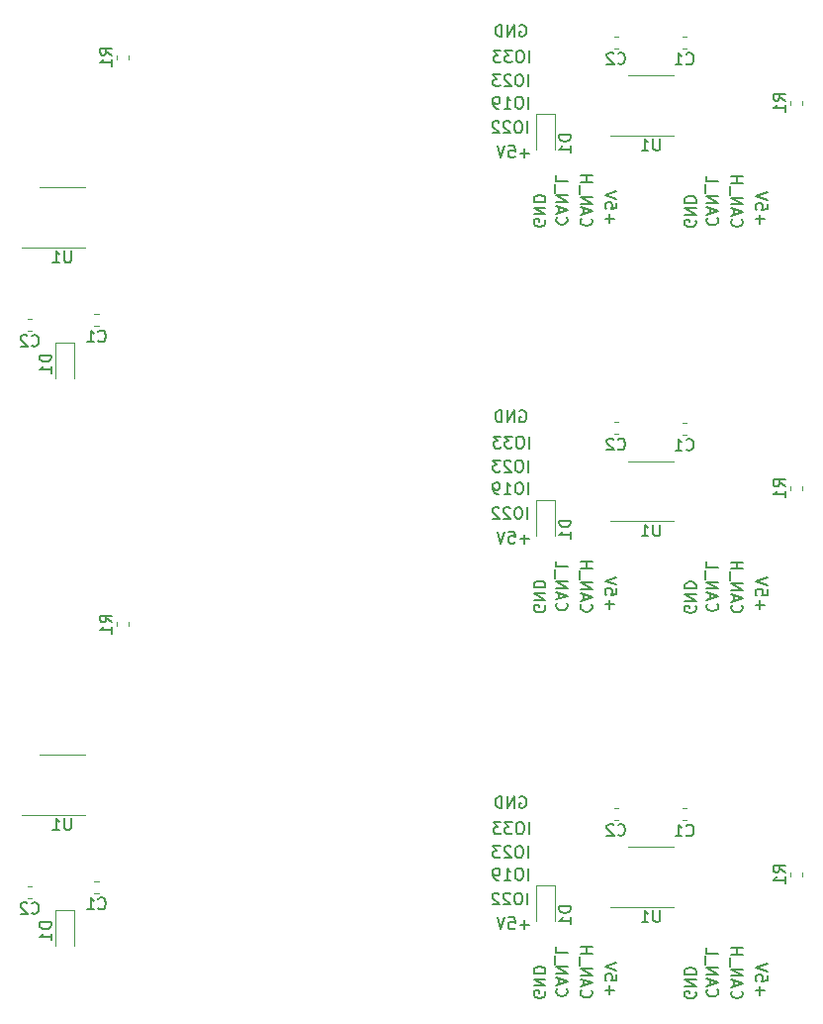
<source format=gbo>
%MOIN*%
%OFA0B0*%
%FSLAX46Y46*%
%IPPOS*%
%LPD*%
%ADD10C,0.0047244094488188976*%
%ADD11C,0.005905511811023622*%
%ADD22C,0.0047244094488188976*%
%ADD23C,0.005905511811023622*%
%ADD24C,0.005905511811023622*%
%ADD25C,0.0047244094488188976*%
%ADD26C,0.005905511811023622*%
%ADD27C,0.0047244094488188976*%
%ADD28C,0.005905511811023622*%
%ADD29C,0.0047244094488188976*%
D10*
X0000530905Y0000483622D02*
X0000530905Y0000363543D01*
X0000593897Y0000483622D02*
X0000530905Y0000483622D01*
X0000593897Y0000363543D02*
X0000593897Y0000483622D01*
X0000554409Y0000803976D02*
X0000418582Y0000803976D01*
X0000554409Y0000803976D02*
X0000631181Y0000803976D01*
X0000554409Y0001005551D02*
X0000477637Y0001005551D01*
X0000554409Y0001005551D02*
X0000631181Y0001005551D01*
X0000779488Y0001452057D02*
X0000779488Y0001438572D01*
X0000739330Y0001452057D02*
X0000739330Y0001438572D01*
X0000438099Y0000564842D02*
X0000451585Y0000564842D01*
X0000438099Y0000524685D02*
X0000451585Y0000524685D01*
X0000663217Y0000579842D02*
X0000676703Y0000579842D01*
X0000663217Y0000539685D02*
X0000676703Y0000539685D01*
D11*
X0000517219Y0000441814D02*
X0000477849Y0000441814D01*
X0000477849Y0000432440D01*
X0000479724Y0000426816D01*
X0000483473Y0000423067D01*
X0000487223Y0000421192D01*
X0000494722Y0000419317D01*
X0000500346Y0000419317D01*
X0000507845Y0000421192D01*
X0000511595Y0000423067D01*
X0000515344Y0000426816D01*
X0000517219Y0000432440D01*
X0000517219Y0000441814D01*
X0000517219Y0000381822D02*
X0000517219Y0000404319D01*
X0000517219Y0000393070D02*
X0000477849Y0000393070D01*
X0000483473Y0000396820D01*
X0000487223Y0000400569D01*
X0000489098Y0000404319D01*
X0000584405Y0000792465D02*
X0000584405Y0000760594D01*
X0000582530Y0000756844D01*
X0000580656Y0000754970D01*
X0000576906Y0000753095D01*
X0000569407Y0000753095D01*
X0000565657Y0000754970D01*
X0000563783Y0000756844D01*
X0000561908Y0000760594D01*
X0000561908Y0000792465D01*
X0000522538Y0000753095D02*
X0000545035Y0000753095D01*
X0000533786Y0000753095D02*
X0000533786Y0000792465D01*
X0000537536Y0000786841D01*
X0000541285Y0000783091D01*
X0000545035Y0000781216D01*
X0000720920Y0001451876D02*
X0000702172Y0001465000D01*
X0000720920Y0001474373D02*
X0000681550Y0001474373D01*
X0000681550Y0001459375D01*
X0000683425Y0001455626D01*
X0000685299Y0001453751D01*
X0000689049Y0001451876D01*
X0000694673Y0001451876D01*
X0000698423Y0001453751D01*
X0000700297Y0001455626D01*
X0000702172Y0001459375D01*
X0000702172Y0001474373D01*
X0000720920Y0001414381D02*
X0000720920Y0001436878D01*
X0000720920Y0001425629D02*
X0000681550Y0001425629D01*
X0000687174Y0001429379D01*
X0000690924Y0001433129D01*
X0000692798Y0001436878D01*
X0000451404Y0000474403D02*
X0000453278Y0000472529D01*
X0000458903Y0000470654D01*
X0000462652Y0000470654D01*
X0000468277Y0000472529D01*
X0000472026Y0000476278D01*
X0000473901Y0000480028D01*
X0000475776Y0000487527D01*
X0000475776Y0000493151D01*
X0000473901Y0000500650D01*
X0000472026Y0000504400D01*
X0000468277Y0000508149D01*
X0000462652Y0000510024D01*
X0000458903Y0000510024D01*
X0000453278Y0000508149D01*
X0000451404Y0000506274D01*
X0000436405Y0000506274D02*
X0000434531Y0000508149D01*
X0000430781Y0000510024D01*
X0000421407Y0000510024D01*
X0000417658Y0000508149D01*
X0000415783Y0000506274D01*
X0000413908Y0000502525D01*
X0000413908Y0000498775D01*
X0000415783Y0000493151D01*
X0000438280Y0000470654D01*
X0000413908Y0000470654D01*
X0000676522Y0000489403D02*
X0000678396Y0000487529D01*
X0000684021Y0000485654D01*
X0000687770Y0000485654D01*
X0000693395Y0000487529D01*
X0000697144Y0000491278D01*
X0000699019Y0000495028D01*
X0000700894Y0000502527D01*
X0000700894Y0000508151D01*
X0000699019Y0000515650D01*
X0000697144Y0000519400D01*
X0000693395Y0000523149D01*
X0000687770Y0000525024D01*
X0000684021Y0000525024D01*
X0000678396Y0000523149D01*
X0000676522Y0000521274D01*
X0000639026Y0000485654D02*
X0000661524Y0000485654D01*
X0000650275Y0000485654D02*
X0000650275Y0000525024D01*
X0000654025Y0000519400D01*
X0000657774Y0000515650D01*
X0000661524Y0000513775D01*
G04 next file*
G04 #@! TF.GenerationSoftware,KiCad,Pcbnew,(5.1.2)-1*
G04 #@! TF.CreationDate,2020-12-31T00:30:43+09:00*
G04 #@! TF.ProjectId,M5Atom_CAN_RJ45,4d354174-6f6d-45f4-9341-4e5f524a3435,rev?*
G04 #@! TF.SameCoordinates,Original*
G04 #@! TF.FileFunction,Legend,Bot*
G04 #@! TF.FilePolarity,Positive*
G04 Gerber Fmt 4.6, Leading zero omitted, Abs format (unit mm)*
G04 Created by KiCad (PCBNEW (5.1.2)-1) date 2020-12-31 00:30:43*
G04 APERTURE LIST*
G04 APERTURE END LIST*
D22*
X0000530905Y0002393070D02*
X0000530905Y0002272992D01*
X0000593897Y0002393070D02*
X0000530905Y0002393070D01*
X0000593897Y0002272992D02*
X0000593897Y0002393070D01*
X0000554409Y0002713425D02*
X0000418582Y0002713425D01*
X0000554409Y0002713425D02*
X0000631181Y0002713425D01*
X0000554409Y0002914999D02*
X0000477637Y0002914999D01*
X0000554409Y0002914999D02*
X0000631181Y0002914999D01*
X0000779488Y0003361506D02*
X0000779488Y0003348020D01*
X0000739330Y0003361506D02*
X0000739330Y0003348020D01*
X0000438099Y0002474291D02*
X0000451585Y0002474291D01*
X0000438099Y0002434133D02*
X0000451585Y0002434133D01*
X0000663217Y0002489291D02*
X0000676703Y0002489291D01*
X0000663217Y0002449133D02*
X0000676703Y0002449133D01*
D23*
X0000517219Y0002351263D02*
X0000477849Y0002351263D01*
X0000477849Y0002341889D01*
X0000479724Y0002336265D01*
X0000483473Y0002332515D01*
X0000487223Y0002330641D01*
X0000494722Y0002328766D01*
X0000500346Y0002328766D01*
X0000507845Y0002330641D01*
X0000511595Y0002332515D01*
X0000515344Y0002336265D01*
X0000517219Y0002341889D01*
X0000517219Y0002351263D01*
X0000517219Y0002291271D02*
X0000517219Y0002313768D01*
X0000517219Y0002302519D02*
X0000477849Y0002302519D01*
X0000483473Y0002306269D01*
X0000487223Y0002310018D01*
X0000489098Y0002313768D01*
X0000584405Y0002701914D02*
X0000584405Y0002670043D01*
X0000582530Y0002666293D01*
X0000580656Y0002664418D01*
X0000576906Y0002662544D01*
X0000569407Y0002662544D01*
X0000565657Y0002664418D01*
X0000563783Y0002666293D01*
X0000561908Y0002670043D01*
X0000561908Y0002701914D01*
X0000522538Y0002662544D02*
X0000545035Y0002662544D01*
X0000533786Y0002662544D02*
X0000533786Y0002701914D01*
X0000537536Y0002696289D01*
X0000541285Y0002692540D01*
X0000545035Y0002690665D01*
X0000720920Y0003361325D02*
X0000702172Y0003374448D01*
X0000720920Y0003383822D02*
X0000681550Y0003383822D01*
X0000681550Y0003368824D01*
X0000683425Y0003365074D01*
X0000685299Y0003363200D01*
X0000689049Y0003361325D01*
X0000694673Y0003361325D01*
X0000698423Y0003363200D01*
X0000700297Y0003365074D01*
X0000702172Y0003368824D01*
X0000702172Y0003383822D01*
X0000720920Y0003323830D02*
X0000720920Y0003346327D01*
X0000720920Y0003335078D02*
X0000681550Y0003335078D01*
X0000687174Y0003338828D01*
X0000690924Y0003342577D01*
X0000692798Y0003346327D01*
X0000451404Y0002383852D02*
X0000453278Y0002381977D01*
X0000458903Y0002380103D01*
X0000462652Y0002380103D01*
X0000468277Y0002381977D01*
X0000472026Y0002385727D01*
X0000473901Y0002389476D01*
X0000475776Y0002396975D01*
X0000475776Y0002402600D01*
X0000473901Y0002410099D01*
X0000472026Y0002413848D01*
X0000468277Y0002417598D01*
X0000462652Y0002419473D01*
X0000458903Y0002419473D01*
X0000453278Y0002417598D01*
X0000451404Y0002415723D01*
X0000436405Y0002415723D02*
X0000434531Y0002417598D01*
X0000430781Y0002419473D01*
X0000421407Y0002419473D01*
X0000417658Y0002417598D01*
X0000415783Y0002415723D01*
X0000413908Y0002411974D01*
X0000413908Y0002408224D01*
X0000415783Y0002402600D01*
X0000438280Y0002380103D01*
X0000413908Y0002380103D01*
X0000676522Y0002398852D02*
X0000678396Y0002396977D01*
X0000684021Y0002395103D01*
X0000687770Y0002395103D01*
X0000693395Y0002396977D01*
X0000697144Y0002400727D01*
X0000699019Y0002404476D01*
X0000700894Y0002411975D01*
X0000700894Y0002417600D01*
X0000699019Y0002425099D01*
X0000697144Y0002428848D01*
X0000693395Y0002432598D01*
X0000687770Y0002434473D01*
X0000684021Y0002434473D01*
X0000678396Y0002432598D01*
X0000676522Y0002430723D01*
X0000639026Y0002395103D02*
X0000661524Y0002395103D01*
X0000650275Y0002395103D02*
X0000650275Y0002434473D01*
X0000654025Y0002428848D01*
X0000657774Y0002425099D01*
X0000661524Y0002423224D01*
G04 next file*
G04 #@! TF.GenerationSoftware,KiCad,Pcbnew,(5.1.2)-1*
G04 #@! TF.CreationDate,2020-12-30T14:45:37+09:00*
G04 #@! TF.ProjectId,M5Atom_CAN,4d354174-6f6d-45f4-9341-4e2e6b696361,rev?*
G04 #@! TF.SameCoordinates,Original*
G04 #@! TF.FileFunction,Legend,Bot*
G04 #@! TF.FilePolarity,Positive*
G04 Gerber Fmt 4.6, Leading zero omitted, Abs format (unit mm)*
G04 Created by KiCad (PCBNEW (5.1.2)-1) date 2020-12-30 14:45:37*
G04 APERTURE LIST*
G04 APERTURE END LIST*
D24*
X0002906026Y0000196881D02*
X0002906026Y0000226877D01*
X0002891028Y0000211879D02*
X0002921024Y0000211879D01*
X0002930398Y0000264372D02*
X0002930398Y0000245625D01*
X0002911650Y0000243750D01*
X0002913525Y0000245625D01*
X0002915400Y0000249374D01*
X0002915400Y0000258748D01*
X0002913525Y0000262498D01*
X0002911650Y0000264372D01*
X0002907901Y0000266247D01*
X0002898527Y0000266247D01*
X0002894777Y0000264372D01*
X0002892902Y0000262498D01*
X0002891028Y0000258748D01*
X0002891028Y0000249374D01*
X0002892902Y0000245625D01*
X0002894777Y0000243750D01*
X0002930398Y0000277496D02*
X0002891028Y0000290619D01*
X0002930398Y0000303742D01*
X0002688523Y0000207503D02*
X0002690398Y0000203754D01*
X0002690398Y0000198129D01*
X0002688523Y0000192505D01*
X0002684773Y0000188756D01*
X0002681024Y0000186881D01*
X0002673525Y0000185006D01*
X0002667901Y0000185006D01*
X0002660402Y0000186881D01*
X0002656652Y0000188756D01*
X0002652902Y0000192505D01*
X0002651028Y0000198129D01*
X0002651028Y0000201879D01*
X0002652902Y0000207503D01*
X0002654777Y0000209378D01*
X0002667901Y0000209378D01*
X0002667901Y0000201879D01*
X0002651028Y0000226251D02*
X0002690398Y0000226251D01*
X0002651028Y0000248748D01*
X0002690398Y0000248748D01*
X0002651028Y0000267496D02*
X0002690398Y0000267496D01*
X0002690398Y0000276870D01*
X0002688523Y0000282494D01*
X0002684773Y0000286243D01*
X0002681024Y0000288118D01*
X0002673525Y0000289993D01*
X0002667901Y0000289993D01*
X0002660402Y0000288118D01*
X0002656652Y0000286243D01*
X0002652902Y0000282494D01*
X0002651028Y0000276870D01*
X0002651028Y0000267496D01*
X0002729777Y0000216257D02*
X0002727902Y0000214382D01*
X0002726028Y0000208757D01*
X0002726028Y0000205008D01*
X0002727902Y0000199384D01*
X0002731652Y0000195634D01*
X0002735402Y0000193759D01*
X0002742901Y0000191885D01*
X0002748525Y0000191885D01*
X0002756024Y0000193759D01*
X0002759773Y0000195634D01*
X0002763523Y0000199384D01*
X0002765398Y0000205008D01*
X0002765398Y0000208757D01*
X0002763523Y0000214382D01*
X0002761648Y0000216257D01*
X0002737276Y0000231255D02*
X0002737276Y0000250002D01*
X0002726028Y0000227505D02*
X0002765398Y0000240628D01*
X0002726028Y0000253752D01*
X0002726028Y0000266875D02*
X0002765398Y0000266875D01*
X0002726028Y0000289372D01*
X0002765398Y0000289372D01*
X0002722278Y0000298746D02*
X0002722278Y0000328742D01*
X0002726028Y0000356864D02*
X0002726028Y0000338116D01*
X0002765398Y0000338116D01*
X0002812277Y0000211570D02*
X0002810402Y0000209695D01*
X0002808528Y0000204071D01*
X0002808528Y0000200321D01*
X0002810402Y0000194697D01*
X0002814152Y0000190947D01*
X0002817902Y0000189072D01*
X0002825401Y0000187198D01*
X0002831025Y0000187198D01*
X0002838524Y0000189072D01*
X0002842273Y0000190947D01*
X0002846023Y0000194697D01*
X0002847898Y0000200321D01*
X0002847898Y0000204071D01*
X0002846023Y0000209695D01*
X0002844148Y0000211570D01*
X0002819776Y0000226568D02*
X0002819776Y0000245315D01*
X0002808528Y0000222818D02*
X0002847898Y0000235942D01*
X0002808528Y0000249065D01*
X0002808528Y0000262188D02*
X0002847898Y0000262188D01*
X0002808528Y0000284685D01*
X0002847898Y0000284685D01*
X0002804778Y0000294059D02*
X0002804778Y0000324056D01*
X0002808528Y0000333429D02*
X0002847898Y0000333429D01*
X0002829150Y0000333429D02*
X0002829150Y0000355927D01*
X0002808528Y0000355927D02*
X0002847898Y0000355927D01*
X0002181023Y0000210003D02*
X0002182898Y0000206254D01*
X0002182898Y0000200629D01*
X0002181023Y0000195005D01*
X0002177273Y0000191256D01*
X0002173524Y0000189381D01*
X0002166025Y0000187506D01*
X0002160401Y0000187506D01*
X0002152902Y0000189381D01*
X0002149152Y0000191256D01*
X0002145402Y0000195005D01*
X0002143528Y0000200629D01*
X0002143528Y0000204379D01*
X0002145402Y0000210003D01*
X0002147277Y0000211878D01*
X0002160401Y0000211878D01*
X0002160401Y0000204379D01*
X0002143528Y0000228751D02*
X0002182898Y0000228751D01*
X0002143528Y0000251248D01*
X0002182898Y0000251248D01*
X0002143528Y0000269996D02*
X0002182898Y0000269996D01*
X0002182898Y0000279370D01*
X0002181023Y0000284994D01*
X0002177273Y0000288743D01*
X0002173524Y0000290618D01*
X0002166025Y0000292493D01*
X0002160401Y0000292493D01*
X0002152902Y0000290618D01*
X0002149152Y0000288743D01*
X0002145402Y0000284994D01*
X0002143528Y0000279370D01*
X0002143528Y0000269996D01*
X0002222277Y0000218757D02*
X0002220402Y0000216882D01*
X0002218528Y0000211257D01*
X0002218528Y0000207508D01*
X0002220402Y0000201884D01*
X0002224152Y0000198134D01*
X0002227902Y0000196259D01*
X0002235401Y0000194385D01*
X0002241025Y0000194385D01*
X0002248524Y0000196259D01*
X0002252273Y0000198134D01*
X0002256023Y0000201884D01*
X0002257898Y0000207508D01*
X0002257898Y0000211257D01*
X0002256023Y0000216882D01*
X0002254148Y0000218757D01*
X0002229776Y0000233755D02*
X0002229776Y0000252502D01*
X0002218528Y0000230005D02*
X0002257898Y0000243129D01*
X0002218528Y0000256252D01*
X0002218528Y0000269375D02*
X0002257898Y0000269375D01*
X0002218528Y0000291872D01*
X0002257898Y0000291872D01*
X0002214778Y0000301246D02*
X0002214778Y0000331242D01*
X0002218528Y0000359364D02*
X0002218528Y0000340616D01*
X0002257898Y0000340616D01*
X0002304777Y0000214070D02*
X0002302902Y0000212195D01*
X0002301028Y0000206571D01*
X0002301028Y0000202821D01*
X0002302902Y0000197197D01*
X0002306652Y0000193447D01*
X0002310402Y0000191572D01*
X0002317901Y0000189698D01*
X0002323525Y0000189698D01*
X0002331024Y0000191572D01*
X0002334773Y0000193447D01*
X0002338523Y0000197197D01*
X0002340398Y0000202821D01*
X0002340398Y0000206571D01*
X0002338523Y0000212195D01*
X0002336648Y0000214070D01*
X0002312276Y0000229068D02*
X0002312276Y0000247815D01*
X0002301028Y0000225318D02*
X0002340398Y0000238442D01*
X0002301028Y0000251565D01*
X0002301028Y0000264688D02*
X0002340398Y0000264688D01*
X0002301028Y0000287185D01*
X0002340398Y0000287185D01*
X0002297278Y0000296559D02*
X0002297278Y0000326556D01*
X0002301028Y0000335929D02*
X0002340398Y0000335929D01*
X0002321650Y0000335929D02*
X0002321650Y0000358427D01*
X0002301028Y0000358427D02*
X0002340398Y0000358427D01*
X0002398526Y0000199381D02*
X0002398526Y0000229377D01*
X0002383528Y0000214379D02*
X0002413524Y0000214379D01*
X0002422898Y0000266872D02*
X0002422898Y0000248125D01*
X0002404150Y0000246250D01*
X0002406025Y0000248125D01*
X0002407900Y0000251874D01*
X0002407900Y0000261248D01*
X0002406025Y0000264998D01*
X0002404150Y0000266872D01*
X0002400401Y0000268747D01*
X0002391027Y0000268747D01*
X0002387277Y0000266872D01*
X0002385402Y0000264998D01*
X0002383528Y0000261248D01*
X0002383528Y0000251874D01*
X0002385402Y0000248125D01*
X0002387277Y0000246250D01*
X0002422898Y0000279996D02*
X0002383528Y0000293119D01*
X0002422898Y0000306242D01*
X0002126957Y0000434687D02*
X0002096960Y0000434687D01*
X0002111959Y0000419689D02*
X0002111959Y0000449685D01*
X0002059465Y0000459059D02*
X0002078213Y0000459059D01*
X0002080088Y0000440312D01*
X0002078213Y0000442186D01*
X0002074463Y0000444061D01*
X0002065089Y0000444061D01*
X0002061340Y0000442186D01*
X0002059465Y0000440312D01*
X0002057590Y0000436562D01*
X0002057590Y0000427188D01*
X0002059465Y0000423439D01*
X0002061340Y0000421564D01*
X0002065089Y0000419689D01*
X0002074463Y0000419689D01*
X0002078213Y0000421564D01*
X0002080088Y0000423439D01*
X0002046342Y0000459059D02*
X0002033218Y0000419689D01*
X0002020095Y0000459059D01*
X0002121956Y0000502189D02*
X0002121956Y0000541559D01*
X0002095709Y0000541559D02*
X0002088210Y0000541559D01*
X0002084460Y0000539685D01*
X0002080711Y0000535935D01*
X0002078836Y0000528436D01*
X0002078836Y0000515313D01*
X0002080711Y0000507814D01*
X0002084460Y0000504064D01*
X0002088210Y0000502189D01*
X0002095709Y0000502189D01*
X0002099459Y0000504064D01*
X0002103208Y0000507814D01*
X0002105083Y0000515313D01*
X0002105083Y0000528436D01*
X0002103208Y0000535935D01*
X0002099459Y0000539685D01*
X0002095709Y0000541559D01*
X0002063838Y0000537810D02*
X0002061963Y0000539685D01*
X0002058214Y0000541559D01*
X0002048840Y0000541559D01*
X0002045090Y0000539685D01*
X0002043216Y0000537810D01*
X0002041341Y0000534060D01*
X0002041341Y0000530311D01*
X0002043216Y0000524686D01*
X0002065713Y0000502189D01*
X0002041341Y0000502189D01*
X0002026343Y0000537810D02*
X0002024468Y0000539685D01*
X0002020718Y0000541559D01*
X0002011345Y0000541559D01*
X0002007595Y0000539685D01*
X0002005720Y0000537810D01*
X0002003845Y0000534060D01*
X0002003845Y0000530311D01*
X0002005720Y0000524686D01*
X0002028217Y0000502189D01*
X0002003845Y0000502189D01*
X0002124456Y0000584689D02*
X0002124456Y0000624059D01*
X0002098209Y0000624059D02*
X0002090710Y0000624059D01*
X0002086960Y0000622185D01*
X0002083211Y0000618435D01*
X0002081336Y0000610936D01*
X0002081336Y0000597813D01*
X0002083211Y0000590314D01*
X0002086960Y0000586564D01*
X0002090710Y0000584689D01*
X0002098209Y0000584689D01*
X0002101959Y0000586564D01*
X0002105708Y0000590314D01*
X0002107583Y0000597813D01*
X0002107583Y0000610936D01*
X0002105708Y0000618435D01*
X0002101959Y0000622185D01*
X0002098209Y0000624059D01*
X0002043841Y0000584689D02*
X0002066338Y0000584689D01*
X0002055089Y0000584689D02*
X0002055089Y0000624059D01*
X0002058839Y0000618435D01*
X0002062588Y0000614685D01*
X0002066338Y0000612811D01*
X0002025093Y0000584689D02*
X0002017594Y0000584689D01*
X0002013845Y0000586564D01*
X0002011970Y0000588439D01*
X0002008220Y0000594063D01*
X0002006345Y0000601562D01*
X0002006345Y0000616560D01*
X0002008220Y0000620310D01*
X0002010095Y0000622185D01*
X0002013845Y0000624059D01*
X0002021344Y0000624059D01*
X0002025093Y0000622185D01*
X0002026968Y0000620310D01*
X0002028843Y0000616560D01*
X0002028843Y0000607186D01*
X0002026968Y0000603437D01*
X0002025093Y0000601562D01*
X0002021344Y0000599687D01*
X0002013845Y0000599687D01*
X0002010095Y0000601562D01*
X0002008220Y0000603437D01*
X0002006345Y0000607186D01*
X0002124456Y0000659689D02*
X0002124456Y0000699059D01*
X0002098209Y0000699059D02*
X0002090710Y0000699059D01*
X0002086960Y0000697185D01*
X0002083211Y0000693435D01*
X0002081336Y0000685936D01*
X0002081336Y0000672813D01*
X0002083211Y0000665314D01*
X0002086960Y0000661564D01*
X0002090710Y0000659689D01*
X0002098209Y0000659689D01*
X0002101959Y0000661564D01*
X0002105708Y0000665314D01*
X0002107583Y0000672813D01*
X0002107583Y0000685936D01*
X0002105708Y0000693435D01*
X0002101959Y0000697185D01*
X0002098209Y0000699059D01*
X0002066338Y0000695310D02*
X0002064463Y0000697185D01*
X0002060714Y0000699059D01*
X0002051340Y0000699059D01*
X0002047590Y0000697185D01*
X0002045716Y0000695310D01*
X0002043841Y0000691560D01*
X0002043841Y0000687811D01*
X0002045716Y0000682186D01*
X0002068213Y0000659689D01*
X0002043841Y0000659689D01*
X0002030717Y0000699059D02*
X0002006345Y0000699059D01*
X0002019469Y0000684061D01*
X0002013845Y0000684061D01*
X0002010095Y0000682186D01*
X0002008220Y0000680312D01*
X0002006345Y0000676562D01*
X0002006345Y0000667188D01*
X0002008220Y0000663439D01*
X0002010095Y0000661564D01*
X0002013845Y0000659689D01*
X0002025093Y0000659689D01*
X0002028843Y0000661564D01*
X0002030717Y0000663439D01*
X0002126956Y0000739689D02*
X0002126956Y0000779059D01*
X0002100709Y0000779059D02*
X0002093210Y0000779059D01*
X0002089460Y0000777185D01*
X0002085711Y0000773435D01*
X0002083836Y0000765936D01*
X0002083836Y0000752813D01*
X0002085711Y0000745314D01*
X0002089460Y0000741564D01*
X0002093210Y0000739689D01*
X0002100709Y0000739689D01*
X0002104459Y0000741564D01*
X0002108208Y0000745314D01*
X0002110083Y0000752813D01*
X0002110083Y0000765936D01*
X0002108208Y0000773435D01*
X0002104459Y0000777185D01*
X0002100709Y0000779059D01*
X0002070713Y0000779059D02*
X0002046341Y0000779059D01*
X0002059464Y0000764061D01*
X0002053840Y0000764061D01*
X0002050090Y0000762186D01*
X0002048216Y0000760312D01*
X0002046341Y0000756562D01*
X0002046341Y0000747188D01*
X0002048216Y0000743439D01*
X0002050090Y0000741564D01*
X0002053840Y0000739689D01*
X0002065088Y0000739689D01*
X0002068838Y0000741564D01*
X0002070713Y0000743439D01*
X0002033217Y0000779059D02*
X0002008845Y0000779059D01*
X0002021969Y0000764061D01*
X0002016345Y0000764061D01*
X0002012595Y0000762186D01*
X0002010720Y0000760312D01*
X0002008845Y0000756562D01*
X0002008845Y0000747188D01*
X0002010720Y0000743439D01*
X0002012595Y0000741564D01*
X0002016345Y0000739689D01*
X0002027593Y0000739689D01*
X0002031343Y0000741564D01*
X0002033217Y0000743439D01*
X0002096334Y0000864685D02*
X0002100084Y0000866559D01*
X0002105708Y0000866559D01*
X0002111332Y0000864685D01*
X0002115082Y0000860935D01*
X0002116957Y0000857185D01*
X0002118831Y0000849686D01*
X0002118831Y0000844062D01*
X0002116957Y0000836563D01*
X0002115082Y0000832814D01*
X0002111332Y0000829064D01*
X0002105708Y0000827189D01*
X0002101959Y0000827189D01*
X0002096334Y0000829064D01*
X0002094459Y0000830939D01*
X0002094459Y0000844062D01*
X0002101959Y0000844062D01*
X0002077587Y0000827189D02*
X0002077587Y0000866559D01*
X0002055089Y0000827189D01*
X0002055089Y0000866559D01*
X0002036342Y0000827189D02*
X0002036342Y0000866559D01*
X0002026968Y0000866559D01*
X0002021344Y0000864685D01*
X0002017594Y0000860935D01*
X0002015719Y0000857185D01*
X0002013845Y0000849686D01*
X0002013845Y0000844062D01*
X0002015719Y0000836563D01*
X0002017594Y0000832814D01*
X0002021344Y0000829064D01*
X0002026968Y0000827189D01*
X0002036342Y0000827189D01*
D25*
X0002151850Y0000565275D02*
X0002151850Y0000445196D01*
X0002214842Y0000565275D02*
X0002151850Y0000565275D01*
X0002214842Y0000445196D02*
X0002214842Y0000565275D01*
X0003048897Y0000611191D02*
X0003048897Y0000597705D01*
X0003008740Y0000611191D02*
X0003008740Y0000597705D01*
X0002538818Y0000494212D02*
X0002402992Y0000494212D01*
X0002538818Y0000494212D02*
X0002615590Y0000494212D01*
X0002538818Y0000695787D02*
X0002462047Y0000695787D01*
X0002538818Y0000695787D02*
X0002615590Y0000695787D01*
X0002658081Y0000784921D02*
X0002644595Y0000784921D01*
X0002658081Y0000825078D02*
X0002644595Y0000825078D01*
X0002414044Y0000827559D02*
X0002427530Y0000827559D01*
X0002414044Y0000787401D02*
X0002427530Y0000787401D01*
D24*
X0002268148Y0000496058D02*
X0002228778Y0000496058D01*
X0002228778Y0000486685D01*
X0002230653Y0000481060D01*
X0002234402Y0000477311D01*
X0002238152Y0000475436D01*
X0002245651Y0000473561D01*
X0002251275Y0000473561D01*
X0002258774Y0000475436D01*
X0002262524Y0000477311D01*
X0002266273Y0000481060D01*
X0002268148Y0000486685D01*
X0002268148Y0000496058D01*
X0002268148Y0000436066D02*
X0002268148Y0000458563D01*
X0002268148Y0000447314D02*
X0002228778Y0000447314D01*
X0002234402Y0000451064D01*
X0002238152Y0000454814D01*
X0002240027Y0000458563D01*
X0002990329Y0000611010D02*
X0002971582Y0000624133D01*
X0002990329Y0000633507D02*
X0002950959Y0000633507D01*
X0002950959Y0000618509D01*
X0002952834Y0000614760D01*
X0002954709Y0000612885D01*
X0002958458Y0000611010D01*
X0002964083Y0000611010D01*
X0002967832Y0000612885D01*
X0002969707Y0000614760D01*
X0002971582Y0000618509D01*
X0002971582Y0000633507D01*
X0002990329Y0000573515D02*
X0002990329Y0000596012D01*
X0002990329Y0000584763D02*
X0002950959Y0000584763D01*
X0002956584Y0000588513D01*
X0002960333Y0000592262D01*
X0002962208Y0000596012D01*
X0002568815Y0000482701D02*
X0002568815Y0000450830D01*
X0002566940Y0000447080D01*
X0002565065Y0000445206D01*
X0002561315Y0000443331D01*
X0002553816Y0000443331D01*
X0002550067Y0000445206D01*
X0002548192Y0000447080D01*
X0002546317Y0000450830D01*
X0002546317Y0000482701D01*
X0002506947Y0000443331D02*
X0002529444Y0000443331D01*
X0002518196Y0000443331D02*
X0002518196Y0000482701D01*
X0002521945Y0000477077D01*
X0002525695Y0000473327D01*
X0002529444Y0000471452D01*
X0002657900Y0000735919D02*
X0002659774Y0000734044D01*
X0002665399Y0000732170D01*
X0002669148Y0000732170D01*
X0002674773Y0000734044D01*
X0002678522Y0000737794D01*
X0002680397Y0000741543D01*
X0002682272Y0000749042D01*
X0002682272Y0000754667D01*
X0002680397Y0000762166D01*
X0002678522Y0000765915D01*
X0002674773Y0000769665D01*
X0002669148Y0000771540D01*
X0002665399Y0000771540D01*
X0002659774Y0000769665D01*
X0002657900Y0000767790D01*
X0002620404Y0000732170D02*
X0002642902Y0000732170D01*
X0002631653Y0000732170D02*
X0002631653Y0000771540D01*
X0002635402Y0000765915D01*
X0002639152Y0000762166D01*
X0002642902Y0000760291D01*
X0002427348Y0000737120D02*
X0002429223Y0000735245D01*
X0002434848Y0000733370D01*
X0002438597Y0000733370D01*
X0002444221Y0000735245D01*
X0002447971Y0000738995D01*
X0002449846Y0000742744D01*
X0002451720Y0000750243D01*
X0002451720Y0000755867D01*
X0002449846Y0000763367D01*
X0002447971Y0000767116D01*
X0002444221Y0000770866D01*
X0002438597Y0000772740D01*
X0002434848Y0000772740D01*
X0002429223Y0000770866D01*
X0002427348Y0000768991D01*
X0002412350Y0000768991D02*
X0002410476Y0000770866D01*
X0002406726Y0000772740D01*
X0002397352Y0000772740D01*
X0002393603Y0000770866D01*
X0002391728Y0000768991D01*
X0002389853Y0000765241D01*
X0002389853Y0000761492D01*
X0002391728Y0000755867D01*
X0002414225Y0000733370D01*
X0002389853Y0000733370D01*
G04 next file*
G04 #@! TF.GenerationSoftware,KiCad,Pcbnew,(5.1.2)-1*
G04 #@! TF.CreationDate,2020-12-30T14:45:37+09:00*
G04 #@! TF.ProjectId,M5Atom_CAN,4d354174-6f6d-45f4-9341-4e2e6b696361,rev?*
G04 #@! TF.SameCoordinates,Original*
G04 #@! TF.FileFunction,Legend,Bot*
G04 #@! TF.FilePolarity,Positive*
G04 Gerber Fmt 4.6, Leading zero omitted, Abs format (unit mm)*
G04 Created by KiCad (PCBNEW (5.1.2)-1) date 2020-12-30 14:45:37*
G04 APERTURE LIST*
G04 APERTURE END LIST*
D26*
X0002906026Y0001495306D02*
X0002906026Y0001525302D01*
X0002891028Y0001510304D02*
X0002921024Y0001510304D01*
X0002930398Y0001562798D02*
X0002930398Y0001544050D01*
X0002911650Y0001542175D01*
X0002913525Y0001544050D01*
X0002915400Y0001547799D01*
X0002915400Y0001557173D01*
X0002913525Y0001560923D01*
X0002911650Y0001562798D01*
X0002907901Y0001564672D01*
X0002898527Y0001564672D01*
X0002894777Y0001562798D01*
X0002892902Y0001560923D01*
X0002891028Y0001557173D01*
X0002891028Y0001547799D01*
X0002892902Y0001544050D01*
X0002894777Y0001542175D01*
X0002930398Y0001575921D02*
X0002891028Y0001589044D01*
X0002930398Y0001602168D01*
X0002688523Y0001505928D02*
X0002690398Y0001502179D01*
X0002690398Y0001496555D01*
X0002688523Y0001490930D01*
X0002684773Y0001487181D01*
X0002681024Y0001485306D01*
X0002673525Y0001483431D01*
X0002667901Y0001483431D01*
X0002660402Y0001485306D01*
X0002656652Y0001487181D01*
X0002652902Y0001490930D01*
X0002651028Y0001496555D01*
X0002651028Y0001500304D01*
X0002652902Y0001505928D01*
X0002654777Y0001507803D01*
X0002667901Y0001507803D01*
X0002667901Y0001500304D01*
X0002651028Y0001524676D02*
X0002690398Y0001524676D01*
X0002651028Y0001547173D01*
X0002690398Y0001547173D01*
X0002651028Y0001565921D02*
X0002690398Y0001565921D01*
X0002690398Y0001575295D01*
X0002688523Y0001580919D01*
X0002684773Y0001584669D01*
X0002681024Y0001586543D01*
X0002673525Y0001588418D01*
X0002667901Y0001588418D01*
X0002660402Y0001586543D01*
X0002656652Y0001584669D01*
X0002652902Y0001580919D01*
X0002651028Y0001575295D01*
X0002651028Y0001565921D01*
X0002729777Y0001514682D02*
X0002727902Y0001512807D01*
X0002726028Y0001507183D01*
X0002726028Y0001503433D01*
X0002727902Y0001497809D01*
X0002731652Y0001494059D01*
X0002735402Y0001492184D01*
X0002742901Y0001490310D01*
X0002748525Y0001490310D01*
X0002756024Y0001492184D01*
X0002759773Y0001494059D01*
X0002763523Y0001497809D01*
X0002765398Y0001503433D01*
X0002765398Y0001507183D01*
X0002763523Y0001512807D01*
X0002761648Y0001514682D01*
X0002737276Y0001529680D02*
X0002737276Y0001548427D01*
X0002726028Y0001525930D02*
X0002765398Y0001539054D01*
X0002726028Y0001552177D01*
X0002726028Y0001565300D02*
X0002765398Y0001565300D01*
X0002726028Y0001587798D01*
X0002765398Y0001587798D01*
X0002722278Y0001597171D02*
X0002722278Y0001627168D01*
X0002726028Y0001655289D02*
X0002726028Y0001636541D01*
X0002765398Y0001636541D01*
X0002812277Y0001509995D02*
X0002810402Y0001508120D01*
X0002808528Y0001502496D01*
X0002808528Y0001498746D01*
X0002810402Y0001493122D01*
X0002814152Y0001489372D01*
X0002817902Y0001487498D01*
X0002825401Y0001485623D01*
X0002831025Y0001485623D01*
X0002838524Y0001487498D01*
X0002842273Y0001489372D01*
X0002846023Y0001493122D01*
X0002847898Y0001498746D01*
X0002847898Y0001502496D01*
X0002846023Y0001508120D01*
X0002844148Y0001509995D01*
X0002819776Y0001524993D02*
X0002819776Y0001543741D01*
X0002808528Y0001521243D02*
X0002847898Y0001534367D01*
X0002808528Y0001547490D01*
X0002808528Y0001560613D02*
X0002847898Y0001560613D01*
X0002808528Y0001583111D01*
X0002847898Y0001583111D01*
X0002804778Y0001592484D02*
X0002804778Y0001622481D01*
X0002808528Y0001631855D02*
X0002847898Y0001631855D01*
X0002829150Y0001631855D02*
X0002829150Y0001654352D01*
X0002808528Y0001654352D02*
X0002847898Y0001654352D01*
X0002181023Y0001508428D02*
X0002182898Y0001504679D01*
X0002182898Y0001499055D01*
X0002181023Y0001493430D01*
X0002177273Y0001489681D01*
X0002173524Y0001487806D01*
X0002166025Y0001485931D01*
X0002160401Y0001485931D01*
X0002152902Y0001487806D01*
X0002149152Y0001489681D01*
X0002145402Y0001493430D01*
X0002143528Y0001499055D01*
X0002143528Y0001502804D01*
X0002145402Y0001508428D01*
X0002147277Y0001510303D01*
X0002160401Y0001510303D01*
X0002160401Y0001502804D01*
X0002143528Y0001527176D02*
X0002182898Y0001527176D01*
X0002143528Y0001549673D01*
X0002182898Y0001549673D01*
X0002143528Y0001568421D02*
X0002182898Y0001568421D01*
X0002182898Y0001577795D01*
X0002181023Y0001583419D01*
X0002177273Y0001587169D01*
X0002173524Y0001589043D01*
X0002166025Y0001590918D01*
X0002160401Y0001590918D01*
X0002152902Y0001589043D01*
X0002149152Y0001587169D01*
X0002145402Y0001583419D01*
X0002143528Y0001577795D01*
X0002143528Y0001568421D01*
X0002222277Y0001517182D02*
X0002220402Y0001515307D01*
X0002218528Y0001509683D01*
X0002218528Y0001505933D01*
X0002220402Y0001500309D01*
X0002224152Y0001496559D01*
X0002227902Y0001494684D01*
X0002235401Y0001492810D01*
X0002241025Y0001492810D01*
X0002248524Y0001494684D01*
X0002252273Y0001496559D01*
X0002256023Y0001500309D01*
X0002257898Y0001505933D01*
X0002257898Y0001509683D01*
X0002256023Y0001515307D01*
X0002254148Y0001517182D01*
X0002229776Y0001532180D02*
X0002229776Y0001550927D01*
X0002218528Y0001528430D02*
X0002257898Y0001541554D01*
X0002218528Y0001554677D01*
X0002218528Y0001567800D02*
X0002257898Y0001567800D01*
X0002218528Y0001590298D01*
X0002257898Y0001590298D01*
X0002214778Y0001599671D02*
X0002214778Y0001629668D01*
X0002218528Y0001657789D02*
X0002218528Y0001639041D01*
X0002257898Y0001639041D01*
X0002304777Y0001512495D02*
X0002302902Y0001510620D01*
X0002301028Y0001504996D01*
X0002301028Y0001501246D01*
X0002302902Y0001495622D01*
X0002306652Y0001491872D01*
X0002310402Y0001489998D01*
X0002317901Y0001488123D01*
X0002323525Y0001488123D01*
X0002331024Y0001489998D01*
X0002334773Y0001491872D01*
X0002338523Y0001495622D01*
X0002340398Y0001501246D01*
X0002340398Y0001504996D01*
X0002338523Y0001510620D01*
X0002336648Y0001512495D01*
X0002312276Y0001527493D02*
X0002312276Y0001546241D01*
X0002301028Y0001523743D02*
X0002340398Y0001536867D01*
X0002301028Y0001549990D01*
X0002301028Y0001563113D02*
X0002340398Y0001563113D01*
X0002301028Y0001585611D01*
X0002340398Y0001585611D01*
X0002297278Y0001594984D02*
X0002297278Y0001624981D01*
X0002301028Y0001634355D02*
X0002340398Y0001634355D01*
X0002321650Y0001634355D02*
X0002321650Y0001656852D01*
X0002301028Y0001656852D02*
X0002340398Y0001656852D01*
X0002398526Y0001497806D02*
X0002398526Y0001527802D01*
X0002383528Y0001512804D02*
X0002413524Y0001512804D01*
X0002422898Y0001565298D02*
X0002422898Y0001546550D01*
X0002404150Y0001544675D01*
X0002406025Y0001546550D01*
X0002407900Y0001550299D01*
X0002407900Y0001559673D01*
X0002406025Y0001563423D01*
X0002404150Y0001565298D01*
X0002400401Y0001567172D01*
X0002391027Y0001567172D01*
X0002387277Y0001565298D01*
X0002385402Y0001563423D01*
X0002383528Y0001559673D01*
X0002383528Y0001550299D01*
X0002385402Y0001546550D01*
X0002387277Y0001544675D01*
X0002422898Y0001578421D02*
X0002383528Y0001591544D01*
X0002422898Y0001604668D01*
X0002126957Y0001733112D02*
X0002096960Y0001733112D01*
X0002111959Y0001718114D02*
X0002111959Y0001748111D01*
X0002059465Y0001757484D02*
X0002078213Y0001757484D01*
X0002080088Y0001738737D01*
X0002078213Y0001740612D01*
X0002074463Y0001742486D01*
X0002065089Y0001742486D01*
X0002061340Y0001740612D01*
X0002059465Y0001738737D01*
X0002057590Y0001734987D01*
X0002057590Y0001725613D01*
X0002059465Y0001721864D01*
X0002061340Y0001719989D01*
X0002065089Y0001718114D01*
X0002074463Y0001718114D01*
X0002078213Y0001719989D01*
X0002080088Y0001721864D01*
X0002046342Y0001757484D02*
X0002033218Y0001718114D01*
X0002020095Y0001757484D01*
X0002121956Y0001800614D02*
X0002121956Y0001839984D01*
X0002095709Y0001839984D02*
X0002088210Y0001839984D01*
X0002084460Y0001838110D01*
X0002080711Y0001834360D01*
X0002078836Y0001826861D01*
X0002078836Y0001813738D01*
X0002080711Y0001806239D01*
X0002084460Y0001802489D01*
X0002088210Y0001800614D01*
X0002095709Y0001800614D01*
X0002099459Y0001802489D01*
X0002103208Y0001806239D01*
X0002105083Y0001813738D01*
X0002105083Y0001826861D01*
X0002103208Y0001834360D01*
X0002099459Y0001838110D01*
X0002095709Y0001839984D01*
X0002063838Y0001836235D02*
X0002061963Y0001838110D01*
X0002058214Y0001839984D01*
X0002048840Y0001839984D01*
X0002045090Y0001838110D01*
X0002043216Y0001836235D01*
X0002041341Y0001832485D01*
X0002041341Y0001828736D01*
X0002043216Y0001823112D01*
X0002065713Y0001800614D01*
X0002041341Y0001800614D01*
X0002026343Y0001836235D02*
X0002024468Y0001838110D01*
X0002020718Y0001839984D01*
X0002011345Y0001839984D01*
X0002007595Y0001838110D01*
X0002005720Y0001836235D01*
X0002003845Y0001832485D01*
X0002003845Y0001828736D01*
X0002005720Y0001823112D01*
X0002028217Y0001800614D01*
X0002003845Y0001800614D01*
X0002124456Y0001883114D02*
X0002124456Y0001922484D01*
X0002098209Y0001922484D02*
X0002090710Y0001922484D01*
X0002086960Y0001920610D01*
X0002083211Y0001916860D01*
X0002081336Y0001909361D01*
X0002081336Y0001896238D01*
X0002083211Y0001888739D01*
X0002086960Y0001884989D01*
X0002090710Y0001883114D01*
X0002098209Y0001883114D01*
X0002101959Y0001884989D01*
X0002105708Y0001888739D01*
X0002107583Y0001896238D01*
X0002107583Y0001909361D01*
X0002105708Y0001916860D01*
X0002101959Y0001920610D01*
X0002098209Y0001922484D01*
X0002043841Y0001883114D02*
X0002066338Y0001883114D01*
X0002055089Y0001883114D02*
X0002055089Y0001922484D01*
X0002058839Y0001916860D01*
X0002062588Y0001913111D01*
X0002066338Y0001911236D01*
X0002025093Y0001883114D02*
X0002017594Y0001883114D01*
X0002013845Y0001884989D01*
X0002011970Y0001886864D01*
X0002008220Y0001892488D01*
X0002006345Y0001899987D01*
X0002006345Y0001914985D01*
X0002008220Y0001918735D01*
X0002010095Y0001920610D01*
X0002013845Y0001922484D01*
X0002021344Y0001922484D01*
X0002025093Y0001920610D01*
X0002026968Y0001918735D01*
X0002028843Y0001914985D01*
X0002028843Y0001905612D01*
X0002026968Y0001901862D01*
X0002025093Y0001899987D01*
X0002021344Y0001898112D01*
X0002013845Y0001898112D01*
X0002010095Y0001899987D01*
X0002008220Y0001901862D01*
X0002006345Y0001905612D01*
X0002124456Y0001958114D02*
X0002124456Y0001997484D01*
X0002098209Y0001997484D02*
X0002090710Y0001997484D01*
X0002086960Y0001995610D01*
X0002083211Y0001991860D01*
X0002081336Y0001984361D01*
X0002081336Y0001971238D01*
X0002083211Y0001963739D01*
X0002086960Y0001959989D01*
X0002090710Y0001958114D01*
X0002098209Y0001958114D01*
X0002101959Y0001959989D01*
X0002105708Y0001963739D01*
X0002107583Y0001971238D01*
X0002107583Y0001984361D01*
X0002105708Y0001991860D01*
X0002101959Y0001995610D01*
X0002098209Y0001997484D01*
X0002066338Y0001993735D02*
X0002064463Y0001995610D01*
X0002060714Y0001997484D01*
X0002051340Y0001997484D01*
X0002047590Y0001995610D01*
X0002045716Y0001993735D01*
X0002043841Y0001989985D01*
X0002043841Y0001986236D01*
X0002045716Y0001980612D01*
X0002068213Y0001958114D01*
X0002043841Y0001958114D01*
X0002030717Y0001997484D02*
X0002006345Y0001997484D01*
X0002019469Y0001982486D01*
X0002013845Y0001982486D01*
X0002010095Y0001980612D01*
X0002008220Y0001978737D01*
X0002006345Y0001974987D01*
X0002006345Y0001965613D01*
X0002008220Y0001961864D01*
X0002010095Y0001959989D01*
X0002013845Y0001958114D01*
X0002025093Y0001958114D01*
X0002028843Y0001959989D01*
X0002030717Y0001961864D01*
X0002126956Y0002038114D02*
X0002126956Y0002077484D01*
X0002100709Y0002077484D02*
X0002093210Y0002077484D01*
X0002089460Y0002075610D01*
X0002085711Y0002071860D01*
X0002083836Y0002064361D01*
X0002083836Y0002051238D01*
X0002085711Y0002043739D01*
X0002089460Y0002039989D01*
X0002093210Y0002038114D01*
X0002100709Y0002038114D01*
X0002104459Y0002039989D01*
X0002108208Y0002043739D01*
X0002110083Y0002051238D01*
X0002110083Y0002064361D01*
X0002108208Y0002071860D01*
X0002104459Y0002075610D01*
X0002100709Y0002077484D01*
X0002070713Y0002077484D02*
X0002046341Y0002077484D01*
X0002059464Y0002062486D01*
X0002053840Y0002062486D01*
X0002050090Y0002060612D01*
X0002048216Y0002058737D01*
X0002046341Y0002054987D01*
X0002046341Y0002045613D01*
X0002048216Y0002041864D01*
X0002050090Y0002039989D01*
X0002053840Y0002038114D01*
X0002065088Y0002038114D01*
X0002068838Y0002039989D01*
X0002070713Y0002041864D01*
X0002033217Y0002077484D02*
X0002008845Y0002077484D01*
X0002021969Y0002062486D01*
X0002016345Y0002062486D01*
X0002012595Y0002060612D01*
X0002010720Y0002058737D01*
X0002008845Y0002054987D01*
X0002008845Y0002045613D01*
X0002010720Y0002041864D01*
X0002012595Y0002039989D01*
X0002016345Y0002038114D01*
X0002027593Y0002038114D01*
X0002031343Y0002039989D01*
X0002033217Y0002041864D01*
X0002096334Y0002163110D02*
X0002100084Y0002164984D01*
X0002105708Y0002164984D01*
X0002111332Y0002163110D01*
X0002115082Y0002159360D01*
X0002116957Y0002155611D01*
X0002118831Y0002148112D01*
X0002118831Y0002142487D01*
X0002116957Y0002134988D01*
X0002115082Y0002131239D01*
X0002111332Y0002127489D01*
X0002105708Y0002125614D01*
X0002101959Y0002125614D01*
X0002096334Y0002127489D01*
X0002094459Y0002129364D01*
X0002094459Y0002142487D01*
X0002101959Y0002142487D01*
X0002077587Y0002125614D02*
X0002077587Y0002164984D01*
X0002055089Y0002125614D01*
X0002055089Y0002164984D01*
X0002036342Y0002125614D02*
X0002036342Y0002164984D01*
X0002026968Y0002164984D01*
X0002021344Y0002163110D01*
X0002017594Y0002159360D01*
X0002015719Y0002155611D01*
X0002013845Y0002148112D01*
X0002013845Y0002142487D01*
X0002015719Y0002134988D01*
X0002017594Y0002131239D01*
X0002021344Y0002127489D01*
X0002026968Y0002125614D01*
X0002036342Y0002125614D01*
D27*
X0002151850Y0001863700D02*
X0002151850Y0001743621D01*
X0002214842Y0001863700D02*
X0002151850Y0001863700D01*
X0002214842Y0001743621D02*
X0002214842Y0001863700D01*
X0003048897Y0001909616D02*
X0003048897Y0001896131D01*
X0003008740Y0001909616D02*
X0003008740Y0001896131D01*
X0002538818Y0001792637D02*
X0002402992Y0001792637D01*
X0002538818Y0001792637D02*
X0002615590Y0001792637D01*
X0002538818Y0001994212D02*
X0002462047Y0001994212D01*
X0002538818Y0001994212D02*
X0002615590Y0001994212D01*
X0002658081Y0002083346D02*
X0002644595Y0002083346D01*
X0002658081Y0002123503D02*
X0002644595Y0002123503D01*
X0002414044Y0002125984D02*
X0002427530Y0002125984D01*
X0002414044Y0002085826D02*
X0002427530Y0002085826D01*
D26*
X0002268148Y0001794484D02*
X0002228778Y0001794484D01*
X0002228778Y0001785110D01*
X0002230653Y0001779485D01*
X0002234402Y0001775736D01*
X0002238152Y0001773861D01*
X0002245651Y0001771986D01*
X0002251275Y0001771986D01*
X0002258774Y0001773861D01*
X0002262524Y0001775736D01*
X0002266273Y0001779485D01*
X0002268148Y0001785110D01*
X0002268148Y0001794484D01*
X0002268148Y0001734491D02*
X0002268148Y0001756988D01*
X0002268148Y0001745740D02*
X0002228778Y0001745740D01*
X0002234402Y0001749489D01*
X0002238152Y0001753239D01*
X0002240027Y0001756988D01*
X0002990329Y0001909435D02*
X0002971582Y0001922558D01*
X0002990329Y0001931932D02*
X0002950959Y0001931932D01*
X0002950959Y0001916934D01*
X0002952834Y0001913185D01*
X0002954709Y0001911310D01*
X0002958458Y0001909435D01*
X0002964083Y0001909435D01*
X0002967832Y0001911310D01*
X0002969707Y0001913185D01*
X0002971582Y0001916934D01*
X0002971582Y0001931932D01*
X0002990329Y0001871940D02*
X0002990329Y0001894437D01*
X0002990329Y0001883188D02*
X0002950959Y0001883188D01*
X0002956584Y0001886938D01*
X0002960333Y0001890687D01*
X0002962208Y0001894437D01*
X0002568815Y0001781126D02*
X0002568815Y0001749255D01*
X0002566940Y0001745506D01*
X0002565065Y0001743631D01*
X0002561315Y0001741756D01*
X0002553816Y0001741756D01*
X0002550067Y0001743631D01*
X0002548192Y0001745506D01*
X0002546317Y0001749255D01*
X0002546317Y0001781126D01*
X0002506947Y0001741756D02*
X0002529444Y0001741756D01*
X0002518196Y0001741756D02*
X0002518196Y0001781126D01*
X0002521945Y0001775502D01*
X0002525695Y0001771752D01*
X0002529444Y0001769878D01*
X0002657900Y0002034344D02*
X0002659774Y0002032469D01*
X0002665399Y0002030595D01*
X0002669148Y0002030595D01*
X0002674773Y0002032469D01*
X0002678522Y0002036219D01*
X0002680397Y0002039969D01*
X0002682272Y0002047468D01*
X0002682272Y0002053092D01*
X0002680397Y0002060591D01*
X0002678522Y0002064340D01*
X0002674773Y0002068090D01*
X0002669148Y0002069965D01*
X0002665399Y0002069965D01*
X0002659774Y0002068090D01*
X0002657900Y0002066215D01*
X0002620404Y0002030595D02*
X0002642902Y0002030595D01*
X0002631653Y0002030595D02*
X0002631653Y0002069965D01*
X0002635402Y0002064340D01*
X0002639152Y0002060591D01*
X0002642902Y0002058716D01*
X0002427348Y0002035545D02*
X0002429223Y0002033670D01*
X0002434848Y0002031795D01*
X0002438597Y0002031795D01*
X0002444221Y0002033670D01*
X0002447971Y0002037420D01*
X0002449846Y0002041169D01*
X0002451720Y0002048668D01*
X0002451720Y0002054293D01*
X0002449846Y0002061792D01*
X0002447971Y0002065541D01*
X0002444221Y0002069291D01*
X0002438597Y0002071166D01*
X0002434848Y0002071166D01*
X0002429223Y0002069291D01*
X0002427348Y0002067416D01*
X0002412350Y0002067416D02*
X0002410476Y0002069291D01*
X0002406726Y0002071166D01*
X0002397352Y0002071166D01*
X0002393603Y0002069291D01*
X0002391728Y0002067416D01*
X0002389853Y0002063666D01*
X0002389853Y0002059917D01*
X0002391728Y0002054293D01*
X0002414225Y0002031795D01*
X0002389853Y0002031795D01*
G04 next file*
G04 #@! TF.GenerationSoftware,KiCad,Pcbnew,(5.1.2)-1*
G04 #@! TF.CreationDate,2020-12-30T14:45:37+09:00*
G04 #@! TF.ProjectId,M5Atom_CAN,4d354174-6f6d-45f4-9341-4e2e6b696361,rev?*
G04 #@! TF.SameCoordinates,Original*
G04 #@! TF.FileFunction,Legend,Bot*
G04 #@! TF.FilePolarity,Positive*
G04 Gerber Fmt 4.6, Leading zero omitted, Abs format (unit mm)*
G04 Created by KiCad (PCBNEW (5.1.2)-1) date 2020-12-30 14:45:37*
G04 APERTURE LIST*
G04 APERTURE END LIST*
D28*
X0002906026Y0002793731D02*
X0002906026Y0002823727D01*
X0002891028Y0002808729D02*
X0002921024Y0002808729D01*
X0002930398Y0002861223D02*
X0002930398Y0002842475D01*
X0002911650Y0002840600D01*
X0002913525Y0002842475D01*
X0002915400Y0002846225D01*
X0002915400Y0002855598D01*
X0002913525Y0002859348D01*
X0002911650Y0002861223D01*
X0002907901Y0002863097D01*
X0002898527Y0002863097D01*
X0002894777Y0002861223D01*
X0002892902Y0002859348D01*
X0002891028Y0002855598D01*
X0002891028Y0002846225D01*
X0002892902Y0002842475D01*
X0002894777Y0002840600D01*
X0002930398Y0002874346D02*
X0002891028Y0002887469D01*
X0002930398Y0002900593D01*
X0002688523Y0002804354D02*
X0002690398Y0002800604D01*
X0002690398Y0002794980D01*
X0002688523Y0002789355D01*
X0002684773Y0002785606D01*
X0002681024Y0002783731D01*
X0002673525Y0002781856D01*
X0002667901Y0002781856D01*
X0002660402Y0002783731D01*
X0002656652Y0002785606D01*
X0002652902Y0002789355D01*
X0002651028Y0002794980D01*
X0002651028Y0002798729D01*
X0002652902Y0002804354D01*
X0002654777Y0002806228D01*
X0002667901Y0002806228D01*
X0002667901Y0002798729D01*
X0002651028Y0002823101D02*
X0002690398Y0002823101D01*
X0002651028Y0002845598D01*
X0002690398Y0002845598D01*
X0002651028Y0002864346D02*
X0002690398Y0002864346D01*
X0002690398Y0002873720D01*
X0002688523Y0002879344D01*
X0002684773Y0002883094D01*
X0002681024Y0002884968D01*
X0002673525Y0002886843D01*
X0002667901Y0002886843D01*
X0002660402Y0002884968D01*
X0002656652Y0002883094D01*
X0002652902Y0002879344D01*
X0002651028Y0002873720D01*
X0002651028Y0002864346D01*
X0002729777Y0002813107D02*
X0002727902Y0002811232D01*
X0002726028Y0002805608D01*
X0002726028Y0002801858D01*
X0002727902Y0002796234D01*
X0002731652Y0002792484D01*
X0002735402Y0002790610D01*
X0002742901Y0002788735D01*
X0002748525Y0002788735D01*
X0002756024Y0002790610D01*
X0002759773Y0002792484D01*
X0002763523Y0002796234D01*
X0002765398Y0002801858D01*
X0002765398Y0002805608D01*
X0002763523Y0002811232D01*
X0002761648Y0002813107D01*
X0002737276Y0002828105D02*
X0002737276Y0002846853D01*
X0002726028Y0002824355D02*
X0002765398Y0002837479D01*
X0002726028Y0002850602D01*
X0002726028Y0002863725D02*
X0002765398Y0002863725D01*
X0002726028Y0002886223D01*
X0002765398Y0002886223D01*
X0002722278Y0002895597D02*
X0002722278Y0002925593D01*
X0002726028Y0002953714D02*
X0002726028Y0002934967D01*
X0002765398Y0002934967D01*
X0002812277Y0002808420D02*
X0002810402Y0002806545D01*
X0002808528Y0002800921D01*
X0002808528Y0002797171D01*
X0002810402Y0002791547D01*
X0002814152Y0002787797D01*
X0002817902Y0002785923D01*
X0002825401Y0002784048D01*
X0002831025Y0002784048D01*
X0002838524Y0002785923D01*
X0002842273Y0002787797D01*
X0002846023Y0002791547D01*
X0002847898Y0002797171D01*
X0002847898Y0002800921D01*
X0002846023Y0002806545D01*
X0002844148Y0002808420D01*
X0002819776Y0002823418D02*
X0002819776Y0002842166D01*
X0002808528Y0002819669D02*
X0002847898Y0002832792D01*
X0002808528Y0002845915D01*
X0002808528Y0002859039D02*
X0002847898Y0002859039D01*
X0002808528Y0002881536D01*
X0002847898Y0002881536D01*
X0002804778Y0002890910D02*
X0002804778Y0002920906D01*
X0002808528Y0002930280D02*
X0002847898Y0002930280D01*
X0002829150Y0002930280D02*
X0002829150Y0002952777D01*
X0002808528Y0002952777D02*
X0002847898Y0002952777D01*
X0002181023Y0002806854D02*
X0002182898Y0002803104D01*
X0002182898Y0002797480D01*
X0002181023Y0002791855D01*
X0002177273Y0002788106D01*
X0002173524Y0002786231D01*
X0002166025Y0002784356D01*
X0002160401Y0002784356D01*
X0002152902Y0002786231D01*
X0002149152Y0002788106D01*
X0002145402Y0002791855D01*
X0002143528Y0002797480D01*
X0002143528Y0002801229D01*
X0002145402Y0002806854D01*
X0002147277Y0002808728D01*
X0002160401Y0002808728D01*
X0002160401Y0002801229D01*
X0002143528Y0002825601D02*
X0002182898Y0002825601D01*
X0002143528Y0002848098D01*
X0002182898Y0002848098D01*
X0002143528Y0002866846D02*
X0002182898Y0002866846D01*
X0002182898Y0002876220D01*
X0002181023Y0002881844D01*
X0002177273Y0002885594D01*
X0002173524Y0002887468D01*
X0002166025Y0002889343D01*
X0002160401Y0002889343D01*
X0002152902Y0002887468D01*
X0002149152Y0002885594D01*
X0002145402Y0002881844D01*
X0002143528Y0002876220D01*
X0002143528Y0002866846D01*
X0002222277Y0002815607D02*
X0002220402Y0002813732D01*
X0002218528Y0002808108D01*
X0002218528Y0002804358D01*
X0002220402Y0002798734D01*
X0002224152Y0002794984D01*
X0002227902Y0002793110D01*
X0002235401Y0002791235D01*
X0002241025Y0002791235D01*
X0002248524Y0002793110D01*
X0002252273Y0002794984D01*
X0002256023Y0002798734D01*
X0002257898Y0002804358D01*
X0002257898Y0002808108D01*
X0002256023Y0002813732D01*
X0002254148Y0002815607D01*
X0002229776Y0002830605D02*
X0002229776Y0002849353D01*
X0002218528Y0002826855D02*
X0002257898Y0002839979D01*
X0002218528Y0002853102D01*
X0002218528Y0002866225D02*
X0002257898Y0002866225D01*
X0002218528Y0002888723D01*
X0002257898Y0002888723D01*
X0002214778Y0002898097D02*
X0002214778Y0002928093D01*
X0002218528Y0002956214D02*
X0002218528Y0002937467D01*
X0002257898Y0002937467D01*
X0002304777Y0002810920D02*
X0002302902Y0002809045D01*
X0002301028Y0002803421D01*
X0002301028Y0002799671D01*
X0002302902Y0002794047D01*
X0002306652Y0002790297D01*
X0002310402Y0002788423D01*
X0002317901Y0002786548D01*
X0002323525Y0002786548D01*
X0002331024Y0002788423D01*
X0002334773Y0002790297D01*
X0002338523Y0002794047D01*
X0002340398Y0002799671D01*
X0002340398Y0002803421D01*
X0002338523Y0002809045D01*
X0002336648Y0002810920D01*
X0002312276Y0002825918D02*
X0002312276Y0002844666D01*
X0002301028Y0002822169D02*
X0002340398Y0002835292D01*
X0002301028Y0002848415D01*
X0002301028Y0002861539D02*
X0002340398Y0002861539D01*
X0002301028Y0002884036D01*
X0002340398Y0002884036D01*
X0002297278Y0002893410D02*
X0002297278Y0002923406D01*
X0002301028Y0002932780D02*
X0002340398Y0002932780D01*
X0002321650Y0002932780D02*
X0002321650Y0002955277D01*
X0002301028Y0002955277D02*
X0002340398Y0002955277D01*
X0002398526Y0002796231D02*
X0002398526Y0002826227D01*
X0002383528Y0002811229D02*
X0002413524Y0002811229D01*
X0002422898Y0002863723D02*
X0002422898Y0002844975D01*
X0002404150Y0002843100D01*
X0002406025Y0002844975D01*
X0002407900Y0002848725D01*
X0002407900Y0002858098D01*
X0002406025Y0002861848D01*
X0002404150Y0002863723D01*
X0002400401Y0002865597D01*
X0002391027Y0002865597D01*
X0002387277Y0002863723D01*
X0002385402Y0002861848D01*
X0002383528Y0002858098D01*
X0002383528Y0002848725D01*
X0002385402Y0002844975D01*
X0002387277Y0002843100D01*
X0002422898Y0002876846D02*
X0002383528Y0002889969D01*
X0002422898Y0002903093D01*
X0002126957Y0003031538D02*
X0002096960Y0003031538D01*
X0002111959Y0003016540D02*
X0002111959Y0003046536D01*
X0002059465Y0003055910D02*
X0002078213Y0003055910D01*
X0002080088Y0003037162D01*
X0002078213Y0003039037D01*
X0002074463Y0003040911D01*
X0002065089Y0003040911D01*
X0002061340Y0003039037D01*
X0002059465Y0003037162D01*
X0002057590Y0003033412D01*
X0002057590Y0003024039D01*
X0002059465Y0003020289D01*
X0002061340Y0003018414D01*
X0002065089Y0003016540D01*
X0002074463Y0003016540D01*
X0002078213Y0003018414D01*
X0002080088Y0003020289D01*
X0002046342Y0003055910D02*
X0002033218Y0003016540D01*
X0002020095Y0003055910D01*
X0002121956Y0003099040D02*
X0002121956Y0003138410D01*
X0002095709Y0003138410D02*
X0002088210Y0003138410D01*
X0002084460Y0003136535D01*
X0002080711Y0003132785D01*
X0002078836Y0003125286D01*
X0002078836Y0003112163D01*
X0002080711Y0003104664D01*
X0002084460Y0003100914D01*
X0002088210Y0003099040D01*
X0002095709Y0003099040D01*
X0002099459Y0003100914D01*
X0002103208Y0003104664D01*
X0002105083Y0003112163D01*
X0002105083Y0003125286D01*
X0002103208Y0003132785D01*
X0002099459Y0003136535D01*
X0002095709Y0003138410D01*
X0002063838Y0003134660D02*
X0002061963Y0003136535D01*
X0002058214Y0003138410D01*
X0002048840Y0003138410D01*
X0002045090Y0003136535D01*
X0002043216Y0003134660D01*
X0002041341Y0003130911D01*
X0002041341Y0003127161D01*
X0002043216Y0003121537D01*
X0002065713Y0003099040D01*
X0002041341Y0003099040D01*
X0002026343Y0003134660D02*
X0002024468Y0003136535D01*
X0002020718Y0003138410D01*
X0002011345Y0003138410D01*
X0002007595Y0003136535D01*
X0002005720Y0003134660D01*
X0002003845Y0003130911D01*
X0002003845Y0003127161D01*
X0002005720Y0003121537D01*
X0002028217Y0003099040D01*
X0002003845Y0003099040D01*
X0002124456Y0003181540D02*
X0002124456Y0003220910D01*
X0002098209Y0003220910D02*
X0002090710Y0003220910D01*
X0002086960Y0003219035D01*
X0002083211Y0003215285D01*
X0002081336Y0003207786D01*
X0002081336Y0003194663D01*
X0002083211Y0003187164D01*
X0002086960Y0003183414D01*
X0002090710Y0003181540D01*
X0002098209Y0003181540D01*
X0002101959Y0003183414D01*
X0002105708Y0003187164D01*
X0002107583Y0003194663D01*
X0002107583Y0003207786D01*
X0002105708Y0003215285D01*
X0002101959Y0003219035D01*
X0002098209Y0003220910D01*
X0002043841Y0003181540D02*
X0002066338Y0003181540D01*
X0002055089Y0003181540D02*
X0002055089Y0003220910D01*
X0002058839Y0003215285D01*
X0002062588Y0003211536D01*
X0002066338Y0003209661D01*
X0002025093Y0003181540D02*
X0002017594Y0003181540D01*
X0002013845Y0003183414D01*
X0002011970Y0003185289D01*
X0002008220Y0003190913D01*
X0002006345Y0003198412D01*
X0002006345Y0003213411D01*
X0002008220Y0003217160D01*
X0002010095Y0003219035D01*
X0002013845Y0003220910D01*
X0002021344Y0003220910D01*
X0002025093Y0003219035D01*
X0002026968Y0003217160D01*
X0002028843Y0003213411D01*
X0002028843Y0003204037D01*
X0002026968Y0003200287D01*
X0002025093Y0003198412D01*
X0002021344Y0003196538D01*
X0002013845Y0003196538D01*
X0002010095Y0003198412D01*
X0002008220Y0003200287D01*
X0002006345Y0003204037D01*
X0002124456Y0003256540D02*
X0002124456Y0003295910D01*
X0002098209Y0003295910D02*
X0002090710Y0003295910D01*
X0002086960Y0003294035D01*
X0002083211Y0003290285D01*
X0002081336Y0003282786D01*
X0002081336Y0003269663D01*
X0002083211Y0003262164D01*
X0002086960Y0003258414D01*
X0002090710Y0003256540D01*
X0002098209Y0003256540D01*
X0002101959Y0003258414D01*
X0002105708Y0003262164D01*
X0002107583Y0003269663D01*
X0002107583Y0003282786D01*
X0002105708Y0003290285D01*
X0002101959Y0003294035D01*
X0002098209Y0003295910D01*
X0002066338Y0003292160D02*
X0002064463Y0003294035D01*
X0002060714Y0003295910D01*
X0002051340Y0003295910D01*
X0002047590Y0003294035D01*
X0002045716Y0003292160D01*
X0002043841Y0003288411D01*
X0002043841Y0003284661D01*
X0002045716Y0003279037D01*
X0002068213Y0003256540D01*
X0002043841Y0003256540D01*
X0002030717Y0003295910D02*
X0002006345Y0003295910D01*
X0002019469Y0003280911D01*
X0002013845Y0003280911D01*
X0002010095Y0003279037D01*
X0002008220Y0003277162D01*
X0002006345Y0003273412D01*
X0002006345Y0003264039D01*
X0002008220Y0003260289D01*
X0002010095Y0003258414D01*
X0002013845Y0003256540D01*
X0002025093Y0003256540D01*
X0002028843Y0003258414D01*
X0002030717Y0003260289D01*
X0002126956Y0003336540D02*
X0002126956Y0003375910D01*
X0002100709Y0003375910D02*
X0002093210Y0003375910D01*
X0002089460Y0003374035D01*
X0002085711Y0003370285D01*
X0002083836Y0003362786D01*
X0002083836Y0003349663D01*
X0002085711Y0003342164D01*
X0002089460Y0003338414D01*
X0002093210Y0003336540D01*
X0002100709Y0003336540D01*
X0002104459Y0003338414D01*
X0002108208Y0003342164D01*
X0002110083Y0003349663D01*
X0002110083Y0003362786D01*
X0002108208Y0003370285D01*
X0002104459Y0003374035D01*
X0002100709Y0003375910D01*
X0002070713Y0003375910D02*
X0002046341Y0003375910D01*
X0002059464Y0003360911D01*
X0002053840Y0003360911D01*
X0002050090Y0003359037D01*
X0002048216Y0003357162D01*
X0002046341Y0003353412D01*
X0002046341Y0003344039D01*
X0002048216Y0003340289D01*
X0002050090Y0003338414D01*
X0002053840Y0003336540D01*
X0002065088Y0003336540D01*
X0002068838Y0003338414D01*
X0002070713Y0003340289D01*
X0002033217Y0003375910D02*
X0002008845Y0003375910D01*
X0002021969Y0003360911D01*
X0002016345Y0003360911D01*
X0002012595Y0003359037D01*
X0002010720Y0003357162D01*
X0002008845Y0003353412D01*
X0002008845Y0003344039D01*
X0002010720Y0003340289D01*
X0002012595Y0003338414D01*
X0002016345Y0003336540D01*
X0002027593Y0003336540D01*
X0002031343Y0003338414D01*
X0002033217Y0003340289D01*
X0002096334Y0003461535D02*
X0002100084Y0003463410D01*
X0002105708Y0003463410D01*
X0002111332Y0003461535D01*
X0002115082Y0003457785D01*
X0002116957Y0003454036D01*
X0002118831Y0003446537D01*
X0002118831Y0003440912D01*
X0002116957Y0003433413D01*
X0002115082Y0003429664D01*
X0002111332Y0003425914D01*
X0002105708Y0003424040D01*
X0002101959Y0003424040D01*
X0002096334Y0003425914D01*
X0002094459Y0003427789D01*
X0002094459Y0003440912D01*
X0002101959Y0003440912D01*
X0002077587Y0003424040D02*
X0002077587Y0003463410D01*
X0002055089Y0003424040D01*
X0002055089Y0003463410D01*
X0002036342Y0003424040D02*
X0002036342Y0003463410D01*
X0002026968Y0003463410D01*
X0002021344Y0003461535D01*
X0002017594Y0003457785D01*
X0002015719Y0003454036D01*
X0002013845Y0003446537D01*
X0002013845Y0003440912D01*
X0002015719Y0003433413D01*
X0002017594Y0003429664D01*
X0002021344Y0003425914D01*
X0002026968Y0003424040D01*
X0002036342Y0003424040D01*
D29*
X0002151850Y0003162125D02*
X0002151850Y0003042047D01*
X0002214842Y0003162125D02*
X0002151850Y0003162125D01*
X0002214842Y0003042047D02*
X0002214842Y0003162125D01*
X0003048897Y0003208041D02*
X0003048897Y0003194556D01*
X0003008740Y0003208041D02*
X0003008740Y0003194556D01*
X0002538818Y0003091062D02*
X0002402992Y0003091062D01*
X0002538818Y0003091062D02*
X0002615590Y0003091062D01*
X0002538818Y0003292637D02*
X0002462047Y0003292637D01*
X0002538818Y0003292637D02*
X0002615590Y0003292637D01*
X0002658081Y0003381771D02*
X0002644595Y0003381771D01*
X0002658081Y0003421929D02*
X0002644595Y0003421929D01*
X0002414044Y0003424409D02*
X0002427530Y0003424409D01*
X0002414044Y0003384251D02*
X0002427530Y0003384251D01*
D28*
X0002268148Y0003092909D02*
X0002228778Y0003092909D01*
X0002228778Y0003083535D01*
X0002230653Y0003077911D01*
X0002234402Y0003074161D01*
X0002238152Y0003072286D01*
X0002245651Y0003070411D01*
X0002251275Y0003070411D01*
X0002258774Y0003072286D01*
X0002262524Y0003074161D01*
X0002266273Y0003077911D01*
X0002268148Y0003083535D01*
X0002268148Y0003092909D01*
X0002268148Y0003032916D02*
X0002268148Y0003055413D01*
X0002268148Y0003044165D02*
X0002228778Y0003044165D01*
X0002234402Y0003047914D01*
X0002238152Y0003051664D01*
X0002240027Y0003055413D01*
X0002990329Y0003207860D02*
X0002971582Y0003220984D01*
X0002990329Y0003230357D02*
X0002950959Y0003230357D01*
X0002950959Y0003215359D01*
X0002952834Y0003211610D01*
X0002954709Y0003209735D01*
X0002958458Y0003207860D01*
X0002964083Y0003207860D01*
X0002967832Y0003209735D01*
X0002969707Y0003211610D01*
X0002971582Y0003215359D01*
X0002971582Y0003230357D01*
X0002990329Y0003170365D02*
X0002990329Y0003192862D01*
X0002990329Y0003181614D02*
X0002950959Y0003181614D01*
X0002956584Y0003185363D01*
X0002960333Y0003189113D01*
X0002962208Y0003192862D01*
X0002568815Y0003079551D02*
X0002568815Y0003047680D01*
X0002566940Y0003043931D01*
X0002565065Y0003042056D01*
X0002561315Y0003040181D01*
X0002553816Y0003040181D01*
X0002550067Y0003042056D01*
X0002548192Y0003043931D01*
X0002546317Y0003047680D01*
X0002546317Y0003079551D01*
X0002506947Y0003040181D02*
X0002529444Y0003040181D01*
X0002518196Y0003040181D02*
X0002518196Y0003079551D01*
X0002521945Y0003073927D01*
X0002525695Y0003070177D01*
X0002529444Y0003068303D01*
X0002657900Y0003332769D02*
X0002659774Y0003330895D01*
X0002665399Y0003329020D01*
X0002669148Y0003329020D01*
X0002674773Y0003330895D01*
X0002678522Y0003334644D01*
X0002680397Y0003338394D01*
X0002682272Y0003345893D01*
X0002682272Y0003351517D01*
X0002680397Y0003359016D01*
X0002678522Y0003362766D01*
X0002674773Y0003366515D01*
X0002669148Y0003368390D01*
X0002665399Y0003368390D01*
X0002659774Y0003366515D01*
X0002657900Y0003364640D01*
X0002620404Y0003329020D02*
X0002642902Y0003329020D01*
X0002631653Y0003329020D02*
X0002631653Y0003368390D01*
X0002635402Y0003362766D01*
X0002639152Y0003359016D01*
X0002642902Y0003357141D01*
X0002427348Y0003333970D02*
X0002429223Y0003332095D01*
X0002434848Y0003330221D01*
X0002438597Y0003330221D01*
X0002444221Y0003332095D01*
X0002447971Y0003335845D01*
X0002449846Y0003339594D01*
X0002451720Y0003347094D01*
X0002451720Y0003352718D01*
X0002449846Y0003360217D01*
X0002447971Y0003363966D01*
X0002444221Y0003367716D01*
X0002438597Y0003369591D01*
X0002434848Y0003369591D01*
X0002429223Y0003367716D01*
X0002427348Y0003365841D01*
X0002412350Y0003365841D02*
X0002410476Y0003367716D01*
X0002406726Y0003369591D01*
X0002397352Y0003369591D01*
X0002393603Y0003367716D01*
X0002391728Y0003365841D01*
X0002389853Y0003362092D01*
X0002389853Y0003358342D01*
X0002391728Y0003352718D01*
X0002414225Y0003330221D01*
X0002389853Y0003330221D01*
M02*
</source>
